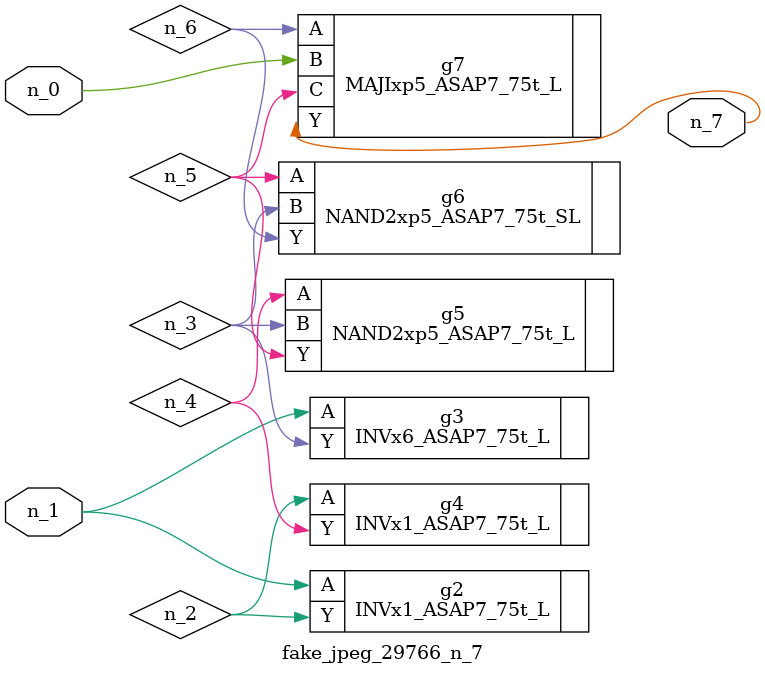
<source format=v>
module fake_jpeg_29766_n_7 (n_0, n_1, n_7);

input n_0;
input n_1;

output n_7;

wire n_2;
wire n_3;
wire n_4;
wire n_6;
wire n_5;

INVx1_ASAP7_75t_L g2 ( 
.A(n_1),
.Y(n_2)
);

INVx6_ASAP7_75t_L g3 ( 
.A(n_1),
.Y(n_3)
);

INVx1_ASAP7_75t_L g4 ( 
.A(n_2),
.Y(n_4)
);

NAND2xp5_ASAP7_75t_L g5 ( 
.A(n_4),
.B(n_3),
.Y(n_5)
);

NAND2xp5_ASAP7_75t_SL g6 ( 
.A(n_5),
.B(n_3),
.Y(n_6)
);

MAJIxp5_ASAP7_75t_L g7 ( 
.A(n_6),
.B(n_0),
.C(n_5),
.Y(n_7)
);


endmodule
</source>
